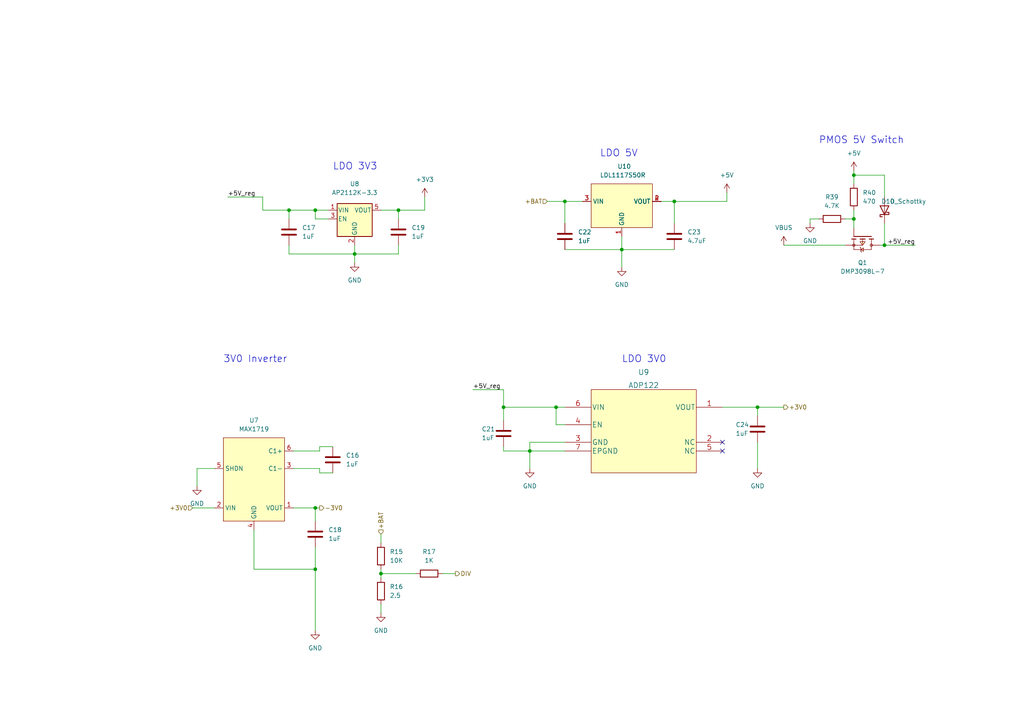
<source format=kicad_sch>
(kicad_sch (version 20211123) (generator eeschema)
  (paper "A4")
  (lib_symbols
    (symbol "ADP122:ADP122ACPZ-3.3-R7" (pin_names (offset 0.254))
      (property "Reference" "U?" (at 22.86 11.43 0))
      (property "Value" "ADP122" (at 22.86 7.62 0))
      (symbol "ADP122ACPZ-3.3-R7_0_1"
        (rectangle (start 7.62 5.08) (end 38.1 -19.05) (fill (type background)))
      )
      (symbol "ADP122ACPZ-3.3-R7_1_1"
        (pin unspecified line (at 45.72 0 180) (length 7.62) (name "VOUT") (number "1"))
        (pin unspecified line (at 45.72 -10.16 180) (length 7.62) (name "NC") (number "2"))
        (pin unspecified line (at 0 -10.16 0) (length 7.62) (name "GND") (number "3"))
        (pin unspecified line (at 0 -5.08 0) (length 7.62) (name "EN") (number "4"))
        (pin unspecified line (at 45.72 -12.7 180) (length 7.62) (name "NC") (number "5"))
        (pin unspecified line (at 0 0 0) (length 7.62) (name "VIN") (number "6"))
        (pin unspecified line (at 0 -12.7 0) (length 7.62) (name "EPGND") (number "7"))
      )
    )
    (symbol "DMP3098L-7:DMP3098L-7" (pin_numbers hide) (pin_names (offset 1.016) hide)
      (property "Reference" "Q" (at -8.89 3.81 0))
      (property "Value" "DMP3098L-7" (at -8.89 -6.35 0))
      (symbol "DMP3098L-7_0_0"
        (polyline (pts (xy 0 -2.54) (xy 0 2.54)) (stroke (width 0.254)))
        (polyline (pts (xy 0.762 -3.175) (xy 0.762 -2.54)) (stroke (width 0.254)))
        (polyline (pts (xy 0.762 -2.54) (xy 0.762 -1.905)) (stroke (width 0.254)))
        (polyline (pts (xy 0.762 -2.54) (xy 3.81 -2.54)) (stroke (width 0.1524)))
        (polyline (pts (xy 0.762 -0.762) (xy 0.762 0)) (stroke (width 0.254)))
        (polyline (pts (xy 0.762 0) (xy 0.762 0.762)) (stroke (width 0.254)))
        (polyline (pts (xy 0.762 0) (xy 2.54 0)) (stroke (width 0.1524)))
        (polyline (pts (xy 0.762 1.905) (xy 0.762 2.54)) (stroke (width 0.254)))
        (polyline (pts (xy 0.762 2.54) (xy 0.762 3.175)) (stroke (width 0.254)))
        (polyline (pts (xy 2.54 0) (xy 2.54 2.54)) (stroke (width 0.1524)))
        (polyline (pts (xy 2.54 2.54) (xy 0.762 2.54)) (stroke (width 0.1524)))
        (polyline (pts (xy 2.54 2.54) (xy 3.81 2.54)) (stroke (width 0.1524)))
        (polyline (pts (xy 3.048 0.762) (xy 3.302 0.508)) (stroke (width 0.1524)))
        (polyline (pts (xy 3.302 0.508) (xy 3.81 0.508)) (stroke (width 0.1524)))
        (polyline (pts (xy 3.81 -2.54) (xy 3.81 0.508)) (stroke (width 0.1524)))
        (polyline (pts (xy 3.81 0.508) (xy 3.81 2.54)) (stroke (width 0.1524)))
        (polyline (pts (xy 3.81 0.508) (xy 4.318 0.508)) (stroke (width 0.1524)))
        (polyline (pts (xy 4.318 0.508) (xy 4.572 0.254)) (stroke (width 0.1524)))
        (polyline (pts (xy 2.54 0) (xy 1.524 0.762) (xy 1.524 -0.762) (xy 2.54 0)) (stroke (width 0.1524)) (fill (type background)))
        (polyline (pts (xy 3.81 0.508) (xy 4.318 -0.254) (xy 3.302 -0.254) (xy 3.81 0.508)) (stroke (width 0.1524)) (fill (type background)))
        (circle (center 2.54 -2.54) (radius 0.3556))
        (circle (center 2.54 2.54) (radius 0.3556))
        (pin passive line (at -2.54 2.54 0) (length 2.54) (name "~") (number "1"))
        (pin passive line (at 2.54 5.08 270) (length 2.54) (name "~") (number "2"))
        (pin passive line (at 2.54 -5.08 90) (length 2.54) (name "~") (number "3"))
      )
    )
    (symbol "Device:C" (pin_numbers hide) (pin_names (offset 0.254))
      (property "Reference" "C" (at 0.635 2.54 0))
      (property "Value" "C" (at 0.635 -2.54 0))
      (symbol "C_0_1"
        (polyline (pts (xy -2.032 -0.762) (xy 2.032 -0.762)) (stroke (width 0.508)))
        (polyline (pts (xy -2.032 0.762) (xy 2.032 0.762)) (stroke (width 0.508)))
      )
      (symbol "C_1_1"
        (pin passive line (at 0 3.81 270) (length 2.794) (name "~") (number "1"))
        (pin passive line (at 0 -3.81 90) (length 2.794) (name "~") (number "2"))
      )
    )
    (symbol "Device:D_Schottky" (pin_numbers hide) (pin_names (offset 1.016) hide)
      (property "Reference" "D10" (at 2.54 0.9526 90))
      (property "Value" "D_Schottky" (at 2.54 -1.5874 90))
      (symbol "D_Schottky_0_1"
        (polyline (pts (xy 1.27 0) (xy -1.27 0)))
        (polyline (pts (xy 1.27 1.27) (xy 1.27 -1.27) (xy -1.27 0) (xy 1.27 1.27)) (stroke (width 0.254)))
        (polyline (pts (xy -1.905 0.635) (xy -1.905 1.27) (xy -1.27 1.27) (xy -1.27 -1.27) (xy -0.635 -1.27) (xy -0.635 -0.635)) (stroke (width 0.254)))
      )
      (symbol "D_Schottky_1_1"
        (pin passive line (at 3.81 0 180) (length 2.54) (name "A") (number "A"))
        (pin passive line (at -3.81 0 0) (length 2.54) (name "K") (number "C"))
      )
    )
    (symbol "Device:R" (pin_numbers hide) (pin_names (offset 0))
      (property "Reference" "R" (at 2.032 0 90))
      (property "Value" "R" (at 0 0 90))
      (symbol "R_0_1"
        (rectangle (start -1.016 -2.54) (end 1.016 2.54) (stroke (width 0.254)))
      )
      (symbol "R_1_1"
        (pin passive line (at 0 3.81 270) (length 1.27) (name "~") (number "1"))
        (pin passive line (at 0 -3.81 90) (length 1.27) (name "~") (number "2"))
      )
    )
    (symbol "Regulator_Linear:AP2112K-3.3" (pin_names (offset 0.254))
      (property "Reference" "U8" (at 0 10.16 0))
      (property "Value" "AP2112K-3.3" (at 0 7.62 0))
      (symbol "AP2112K-3.3_0_1"
        (rectangle (start -5.08 4.445) (end 5.08 -5.08) (stroke (width 0.254)) (fill (type background)))
      )
      (symbol "AP2112K-3.3_1_1"
        (pin unspecified line (at -7.62 2.54 0) (length 2.54) (name "VIN") (number "1"))
        (pin power_in line (at 0 -7.62 90) (length 2.54) (name "GND") (number "2"))
        (pin unspecified line (at -7.62 0 0) (length 2.54) (name "EN") (number "3"))
        (pin no_connect line (at 5.08 0 180) (length 2.54) hide (name "NC") (number "4"))
        (pin power_out line (at 7.62 2.54 180) (length 2.54) (name "VOUT") (number "5"))
      )
    )
    (symbol "Regulator_Linear:LDL1117S50R"
      (property "Reference" "U10" (at -1.27 0 0))
      (property "Value" "LDL1117S50R" (at -6.35 -2.54 0))
      (symbol "LDL1117S50R_0_1"
        (rectangle (start -8.89 -5.08) (end 8.89 -17.78) (fill (type background)))
      )
      (symbol "LDL1117S50R_1_1"
        (pin input line (at 0 -20.32 90) (length 2.54) (name "GND") (number "1"))
        (pin power_out line (at 11.43 -10.16 180) (length 2.54) (name "VOUT") (number "2"))
        (pin input line (at -11.43 -10.16 0) (length 2.54) (name "VIN") (number "3"))
        (pin input line (at 11.43 -10.16 180) (length 2.54) (name "VOUT") (number "4"))
      )
    )
    (symbol "Regulator_Switching:MAX1719"
      (property "Reference" "U?" (at 0 -1.27 0))
      (property "Value" "MAX1719" (at 0 -3.81 0))
      (symbol "MAX1719_0_1"
        (rectangle (start -8.89 -6.35) (end 8.89 -30.48) (fill (type background)))
      )
      (symbol "MAX1719_1_1"
        (pin unspecified line (at 11.43 -26.67 180) (length 2.54) (name "VOUT") (number "1"))
        (pin unspecified line (at -11.43 -26.67 0) (length 2.54) (name "VIN") (number "2"))
        (pin unspecified line (at 11.43 -15.24 180) (length 2.54) (name "C1-") (number "3"))
        (pin unspecified line (at 0 -33.02 90) (length 2.54) (name "GND") (number "4"))
        (pin unspecified line (at -11.43 -15.24 0) (length 2.54) (name "SHDN") (number "5"))
        (pin unspecified line (at 11.43 -10.16 180) (length 2.54) (name "C1+") (number "6"))
      )
    )
    (symbol "power:+3.3V" (power) (pin_names (offset 0))
      (property "Value" "+3.3V" (at 0 3.556 0))
      (symbol "+3.3V_0_1"
        (polyline (pts (xy -0.762 1.27) (xy 0 2.54)))
        (polyline (pts (xy 0 0) (xy 0 2.54)))
        (polyline (pts (xy 0 2.54) (xy 0.762 1.27)))
      )
      (symbol "+3.3V_1_1"
        (pin power_in line (at 0 0 90) (length 0) hide (name "+3V3") (number "1"))
      )
    )
    (symbol "power:+5V" (power) (pin_names (offset 0))
      (property "Value" "+5V" (at 0 3.556 0))
      (symbol "+5V_0_1"
        (polyline (pts (xy -0.762 1.27) (xy 0 2.54)))
        (polyline (pts (xy 0 0) (xy 0 2.54)))
        (polyline (pts (xy 0 2.54) (xy 0.762 1.27)))
      )
      (symbol "+5V_1_1"
        (pin power_in line (at 0 0 90) (length 0) hide (name "+5V") (number "1"))
      )
    )
    (symbol "power:GND" (power) (pin_names (offset 0))
      (property "Value" "GND" (at 0 -3.81 0))
      (symbol "GND_0_1"
        (polyline (pts (xy 0 0) (xy 0 -1.27) (xy 1.27 -1.27) (xy 0 -2.54) (xy -1.27 -1.27) (xy 0 -1.27)))
      )
      (symbol "GND_1_1"
        (pin power_in line (at 0 0 270) (length 0) hide (name "GND") (number "1"))
      )
    )
    (symbol "power:VBUS" (power) (pin_names (offset 0))
      (property "Value" "VBUS" (at 0 3.81 0))
      (symbol "VBUS_0_1"
        (polyline (pts (xy -0.762 1.27) (xy 0 2.54)))
        (polyline (pts (xy 0 0) (xy 0 2.54)))
        (polyline (pts (xy 0 2.54) (xy 0.762 1.27)))
      )
      (symbol "VBUS_1_1"
        (pin power_in line (at 0 0 90) (length 0) hide (name "VBUS") (number "1"))
      )
    )
  )
  (junction (at 115.57 60.96))
  (junction (at 247.65 63.5))
  (junction (at 195.58 58.42))
  (junction (at 256.54 71.12))
  (junction (at 161.29 118.11))
  (junction (at 102.87 73.66))
  (junction (at 91.44 147.32))
  (junction (at 219.71 118.11))
  (junction (at 180.34 72.39))
  (junction (at 91.44 165.1))
  (junction (at 163.83 58.42))
  (junction (at 146.05 118.11))
  (junction (at 153.67 130.81))
  (junction (at 83.82 60.96))
  (junction (at 247.65 50.8))
  (junction (at 91.44 60.96))
  (junction (at 110.49 166.37))
  (no_connect (at 209.55 130.81))
  (no_connect (at 209.55 128.27))
  (wire (pts (xy 102.87 73.66) (xy 102.87 76.2)))
  (wire (pts (xy 115.57 60.96) (xy 115.57 63.5)))
  (wire (pts (xy 191.77 58.42) (xy 195.58 58.42)))
  (wire (pts (xy 85.09 130.81) (xy 92.71 130.81)))
  (wire (pts (xy 219.71 118.11) (xy 227.33 118.11)))
  (wire (pts (xy 163.83 123.19) (xy 161.29 123.19)))
  (wire (pts (xy 92.71 129.54) (xy 96.52 129.54)))
  (wire (pts (xy 247.65 63.5) (xy 247.65 60.96)))
  (wire (pts (xy 158.75 58.42) (xy 163.83 58.42)))
  (wire (pts (xy 91.44 63.5) (xy 91.44 60.96)))
  (wire (pts (xy 153.67 128.27) (xy 153.67 130.81)))
  (wire (pts (xy 180.34 68.58) (xy 180.34 72.39)))
  (wire (pts (xy 85.09 135.89) (xy 92.71 135.89)))
  (wire (pts (xy 219.71 118.11) (xy 219.71 120.65)))
  (wire (pts (xy 115.57 60.96) (xy 110.49 60.96)))
  (wire (pts (xy 83.82 60.96) (xy 91.44 60.96)))
  (wire (pts (xy 163.83 58.42) (xy 163.83 64.77)))
  (wire (pts (xy 247.65 50.8) (xy 247.65 53.34)))
  (wire (pts (xy 195.58 58.42) (xy 210.82 58.42)))
  (wire (pts (xy 110.49 175.26) (xy 110.49 177.8)))
  (wire (pts (xy 66.04 57.15) (xy 76.2 57.15)))
  (wire (pts (xy 256.54 71.12) (xy 265.43 71.12)))
  (wire (pts (xy 209.55 118.11) (xy 219.71 118.11)))
  (wire (pts (xy 256.54 50.8) (xy 247.65 50.8)))
  (wire (pts (xy 234.95 64.77) (xy 234.95 63.5)))
  (wire (pts (xy 57.15 140.97) (xy 57.15 135.89)))
  (wire (pts (xy 219.71 128.27) (xy 219.71 135.89)))
  (wire (pts (xy 137.16 113.03) (xy 146.05 113.03)))
  (wire (pts (xy 55.88 147.32) (xy 62.23 147.32)))
  (wire (pts (xy 91.44 147.32) (xy 92.71 147.32)))
  (wire (pts (xy 227.33 71.12) (xy 245.11 71.12)))
  (wire (pts (xy 146.05 113.03) (xy 146.05 118.11)))
  (wire (pts (xy 161.29 118.11) (xy 163.83 118.11)))
  (wire (pts (xy 83.82 73.66) (xy 102.87 73.66)))
  (wire (pts (xy 115.57 73.66) (xy 115.57 71.12)))
  (wire (pts (xy 92.71 137.16) (xy 96.52 137.16)))
  (wire (pts (xy 76.2 57.15) (xy 76.2 60.96)))
  (wire (pts (xy 256.54 57.15) (xy 256.54 50.8)))
  (wire (pts (xy 92.71 130.81) (xy 92.71 129.54)))
  (wire (pts (xy 161.29 123.19) (xy 161.29 118.11)))
  (wire (pts (xy 146.05 118.11) (xy 161.29 118.11)))
  (wire (pts (xy 255.27 71.12) (xy 256.54 71.12)))
  (wire (pts (xy 245.11 63.5) (xy 247.65 63.5)))
  (wire (pts (xy 102.87 71.12) (xy 102.87 73.66)))
  (wire (pts (xy 73.66 153.67) (xy 73.66 165.1)))
  (wire (pts (xy 73.66 165.1) (xy 91.44 165.1)))
  (wire (pts (xy 180.34 72.39) (xy 180.34 77.47)))
  (wire (pts (xy 83.82 71.12) (xy 83.82 73.66)))
  (wire (pts (xy 256.54 64.77) (xy 256.54 71.12)))
  (wire (pts (xy 110.49 166.37) (xy 120.65 166.37)))
  (wire (pts (xy 83.82 60.96) (xy 83.82 63.5)))
  (wire (pts (xy 163.83 128.27) (xy 153.67 128.27)))
  (wire (pts (xy 210.82 55.88) (xy 210.82 58.42)))
  (wire (pts (xy 128.27 166.37) (xy 132.08 166.37)))
  (wire (pts (xy 92.71 135.89) (xy 92.71 137.16)))
  (wire (pts (xy 91.44 165.1) (xy 91.44 182.88)))
  (wire (pts (xy 146.05 121.92) (xy 146.05 118.11)))
  (wire (pts (xy 91.44 60.96) (xy 95.25 60.96)))
  (wire (pts (xy 163.83 72.39) (xy 180.34 72.39)))
  (wire (pts (xy 57.15 135.89) (xy 62.23 135.89)))
  (wire (pts (xy 76.2 60.96) (xy 83.82 60.96)))
  (wire (pts (xy 123.19 57.15) (xy 123.19 60.96)))
  (wire (pts (xy 146.05 129.54) (xy 146.05 130.81)))
  (wire (pts (xy 102.87 73.66) (xy 115.57 73.66)))
  (wire (pts (xy 110.49 166.37) (xy 110.49 167.64)))
  (wire (pts (xy 247.65 49.53) (xy 247.65 50.8)))
  (wire (pts (xy 180.34 72.39) (xy 195.58 72.39)))
  (wire (pts (xy 195.58 58.42) (xy 195.58 64.77)))
  (wire (pts (xy 146.05 130.81) (xy 153.67 130.81)))
  (wire (pts (xy 91.44 147.32) (xy 91.44 151.13)))
  (wire (pts (xy 110.49 154.94) (xy 110.49 157.48)))
  (wire (pts (xy 153.67 130.81) (xy 163.83 130.81)))
  (wire (pts (xy 110.49 165.1) (xy 110.49 166.37)))
  (wire (pts (xy 123.19 60.96) (xy 115.57 60.96)))
  (wire (pts (xy 91.44 158.75) (xy 91.44 165.1)))
  (wire (pts (xy 95.25 63.5) (xy 91.44 63.5)))
  (wire (pts (xy 163.83 58.42) (xy 168.91 58.42)))
  (wire (pts (xy 234.95 63.5) (xy 237.49 63.5)))
  (wire (pts (xy 85.09 147.32) (xy 91.44 147.32)))
  (wire (pts (xy 247.65 63.5) (xy 247.65 66.04)))
  (wire (pts (xy 153.67 130.81) (xy 153.67 135.89)))
  (text "PMOS 5V Switch\n" (at 237.49 41.91 0) (effects (font (size 2 2)) (justify left bottom)))
  (text "LDO 5V\n" (at 173.99 45.72 0) (effects (font (size 2 2)) (justify left bottom)))
  (text "3V0 Inverter\n" (at 64.77 105.41 0) (effects (font (size 2 2)) (justify left bottom)))
  (text "LDO 3V3" (at 96.52 49.53 0) (effects (font (size 2 2)) (justify left bottom)))
  (text "LDO 3V0\n" (at 180.34 105.41 0) (effects (font (size 2 2)) (justify left bottom)))
  (label "+5V_reg" (at 66.04 57.15 0))
  (label "+5V_reg" (at 137.16 113.03 0))
  (label "+5V_reg" (at 265.43 71.12 180))
  (hierarchical_label "+3V0" (shape output) (at 227.33 118.11 0))
  (hierarchical_label "+BAT" (shape input) (at 158.75 58.42 180))
  (hierarchical_label "+3V0" (shape input) (at 55.88 147.32 180))
  (hierarchical_label "+BAT" (shape input) (at 110.49 154.94 90))
  (hierarchical_label "-3V0" (shape output) (at 92.71 147.32 0))
  (hierarchical_label "DIV" (shape output) (at 132.08 166.37 0))
  (symbol (lib_id "Device:R") (at 241.3 63.5 90) (unit 1)
    (property "Reference" "R39" (at 241.3 57.15 90))
    (property "Value" "4.7K" (at 241.3 59.69 90))
    (property "Footprint" "Resistor_SMD:R_0603_1608Metric" (effects hide))
  )
  (symbol (lib_id "Device:R") (at 110.49 161.29 0) (unit 1)
    (property "Reference" "R15" (at 113.03 160.0199 0) (effects (justify left)))
    (property "Value" "10K" (at 113.03 162.5599 0) (effects (justify left)))
    (property "Footprint" "Resistor_SMD:R_0603_1608Metric" (effects hide))
  )
  (symbol (lib_id "power:+5V") (at 210.82 55.88 0) (unit 1)
    (property "Reference" "#PWR036" (effects hide))
    (property "Value" "+5V" (at 210.82 50.8 0))
  )
  (symbol (lib_id "Device:C") (at 163.83 68.58 0) (unit 1)
    (property "Reference" "C22" (at 167.64 67.3099 0) (effects (justify left)))
    (property "Value" "1uF" (at 167.64 69.8499 0) (effects (justify left)))
    (property "Footprint" "Capacitor_SMD:C_0603_1608Metric" (effects hide))
  )
  (symbol (lib_id "Regulator_Switching:MAX1719") (at 73.66 120.65 0) (unit 1)
    (property "Reference" "U7" (at 73.66 121.92 0))
    (property "Value" "MAX1719" (at 73.66 124.46 0))
    (property "Footprint" "MAX1719EUT_T:SOT95P280X145-6N" (effects hide))
  )
  (symbol (lib_id "Device:C") (at 115.57 67.31 0) (unit 1)
    (property "Reference" "C19" (at 119.38 66.0399 0) (effects (justify left)))
    (property "Value" "1uF" (at 119.38 68.5799 0) (effects (justify left)))
    (property "Footprint" "Capacitor_SMD:C_0603_1608Metric" (effects hide))
  )
  (symbol (lib_id "Device:C") (at 146.05 125.73 0) (unit 1)
    (property "Reference" "C21" (at 139.7 124.46 0) (effects (justify left)))
    (property "Value" "1uF" (at 139.7 127 0) (effects (justify left)))
    (property "Footprint" "Capacitor_SMD:C_0603_1608Metric" (effects hide))
  )
  (symbol (lib_id "power:GND") (at 57.15 140.97 0) (unit 1)
    (property "Reference" "#PWR0118" (effects hide))
    (property "Value" "GND" (at 57.15 146.05 0))
  )
  (symbol (lib_id "Device:C") (at 195.58 68.58 0) (unit 1)
    (property "Reference" "C23" (at 199.39 67.3099 0) (effects (justify left)))
    (property "Value" "4.7uF" (at 199.39 69.8499 0) (effects (justify left)))
    (property "Footprint" "Capacitor_SMD:C_0603_1608Metric" (effects hide))
  )
  (symbol (lib_id "power:GND") (at 102.87 76.2 0) (unit 1)
    (property "Reference" "#PWR029" (effects hide))
    (property "Value" "GND" (at 102.87 81.28 0))
  )
  (symbol (lib_id "power:GND") (at 91.44 182.88 0) (unit 1)
    (property "Reference" "#PWR0101" (effects hide))
    (property "Value" "GND" (at 91.44 187.96 0))
  )
  (symbol (lib_id "power:+5V") (at 247.65 49.53 0) (unit 1)
    (property "Reference" "#PWR081" (effects hide))
    (property "Value" "+5V" (at 247.65 44.45 0))
  )
  (symbol (lib_id "Device:R") (at 124.46 166.37 90) (unit 1)
    (property "Reference" "R17" (at 124.46 160.02 90))
    (property "Value" "1K" (at 124.46 162.56 90))
    (property "Footprint" "Resistor_SMD:R_0603_1608Metric" (effects hide))
  )
  (symbol (lib_id "Device:R") (at 110.49 171.45 0) (unit 1)
    (property "Reference" "R16" (at 113.03 170.1799 0) (effects (justify left)))
    (property "Value" "2.5" (at 113.03 172.7199 0) (effects (justify left)))
    (property "Footprint" "Resistor_SMD:R_0603_1608Metric" (effects hide))
  )
  (symbol (lib_id "Device:R") (at 247.65 57.15 0) (unit 1)
    (property "Reference" "R40" (at 250.19 55.8799 0) (effects (justify left)))
    (property "Value" "470" (at 250.19 58.4199 0) (effects (justify left)))
    (property "Footprint" "Resistor_SMD:R_0603_1608Metric" (effects hide))
  )
  (symbol (lib_id "power:+3.3V") (at 123.19 57.15 0) (unit 1)
    (property "Reference" "#PWR032" (effects hide))
    (property "Value" "+3.3V" (at 123.19 52.07 0))
  )
  (symbol (lib_id "Regulator_Linear:LDL1117S50R") (at 180.34 48.26 0) (unit 1)
    (property "Reference" "U10" (at 179.07 48.26 0) (effects (justify left)))
    (property "Value" "LDL1117S50R" (at 173.99 50.8 0) (effects (justify left)))
    (property "Footprint" "SOT230P700X180-4N:SOT230P700X180-4N" (effects hide))
  )
  (symbol (lib_id "Device:C") (at 83.82 67.31 0) (unit 1)
    (property "Reference" "C17" (at 87.63 66.0399 0) (effects (justify left)))
    (property "Value" "1uF" (at 87.63 68.5799 0) (effects (justify left)))
    (property "Footprint" "Capacitor_SMD:C_0603_1608Metric" (effects hide))
  )
  (symbol (lib_id "power:GND") (at 219.71 135.89 0) (unit 1)
    (property "Reference" "#PWR037" (effects hide))
    (property "Value" "GND" (at 219.71 140.97 0))
  )
  (symbol (lib_id "Device:D_Schottky") (at 256.54 60.96 90) (unit 1)
    (property "Reference" "D10" (at 255.5874 58.42 90) (effects (justify right)))
    (property "Value" "D_Schottky" (at 258.1274 58.42 90) (effects (justify right)))
    (property "Footprint" "SS12:DIOM4427X270N" (effects hide))
  )
  (symbol (lib_id "power:GND") (at 153.67 135.89 0) (unit 1)
    (property "Reference" "#PWR034" (effects hide))
    (property "Value" "GND" (at 153.67 140.97 0))
  )
  (symbol (lib_id "power:GND") (at 234.95 64.77 0) (unit 1)
    (property "Reference" "#PWR080" (effects hide))
    (property "Value" "GND" (at 234.95 69.85 0))
  )
  (symbol (lib_id "power:GND") (at 180.34 77.47 0) (unit 1)
    (property "Reference" "#PWR035" (effects hide))
    (property "Value" "GND" (at 180.34 82.55 0))
  )
  (symbol (lib_id "Regulator_Linear:AP2112K-3.3") (at 102.87 63.5 0) (unit 1)
    (property "Reference" "U8" (at 102.87 53.34 0))
    (property "Value" "AP2112K-3.3" (at 102.87 55.88 0))
    (property "Footprint" "AP2112K-3:SOT95P285X140-5N" (effects hide))
    (property "Datasheet" "https://www.diodes.com/assets/Datasheets/AP2112.pdf" (effects hide))
  )
  (symbol (lib_id "ADP122:ADP122ACPZ-3.3-R7") (at 163.83 118.11 0) (unit 1)
    (property "Reference" "U9" (at 186.69 107.95 0) (effects (font (size 1.524 1.524))))
    (property "Value" "ADP122" (at 186.69 111.76 0) (effects (font (size 1.524 1.524))))
    (property "Footprint" "ADP122:SON65P200X200X65-7N" (effects hide))
  )
  (symbol (lib_id "Device:C") (at 219.71 124.46 0) (unit 1)
    (property "Reference" "C24" (at 213.36 123.19 0) (effects (justify left)))
    (property "Value" "1uF" (at 213.36 125.73 0) (effects (justify left)))
    (property "Footprint" "Capacitor_SMD:C_0603_1608Metric" (effects hide))
  )
  (symbol (lib_id "Device:C") (at 96.52 133.35 0) (unit 1)
    (property "Reference" "C16" (at 100.33 132.0799 0) (effects (justify left)))
    (property "Value" "1uF" (at 100.33 134.6199 0) (effects (justify left)))
    (property "Footprint" "Capacitor_SMD:C_0603_1608Metric" (effects hide))
  )
  (symbol (lib_id "power:VBUS") (at 227.33 71.12 0) (unit 1)
    (property "Reference" "#PWR079" (effects hide))
    (property "Value" "VBUS" (at 227.33 66.04 0))
  )
  (symbol (lib_id "power:GND") (at 110.49 177.8 0) (unit 1)
    (property "Reference" "#PWR030" (effects hide))
    (property "Value" "GND" (at 110.49 182.88 0))
  )
  (symbol (lib_id "Device:C") (at 91.44 154.94 0) (unit 1)
    (property "Reference" "C18" (at 95.25 153.6699 0) (effects (justify left)))
    (property "Value" "1uF" (at 95.25 156.2099 0) (effects (justify left)))
    (property "Footprint" "Capacitor_SMD:C_0603_1608Metric" (effects hide))
  )
  (symbol (lib_id "DMP3098L-7:DMP3098L-7") (at 250.19 68.58 90) (mirror x) (unit 1)
    (property "Reference" "Q1" (at 250.19 76.2 90))
    (property "Value" "DMP3098L-7" (at 250.19 78.74 90))
    (property "Footprint" "DMP3098L-7:SOT91P240X110-3N" (effects hide))
    (property "PARTREV" "8 - 2" (effects hide))
    (property "MAXIMUM_PACKAGE_HEIGHT" "1.1 mm" (effects hide))
    (property "MANUFACTURER" "Diodes Inc." (effects hide))
    (property "STANDARD" "IPC 7351B" (effects hide))
  )
)
</source>
